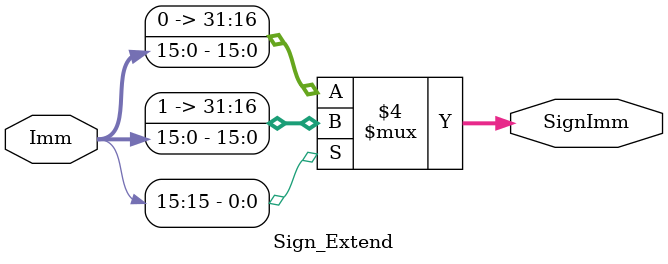
<source format=v>
module Sign_Extend #(
parameter Extend_width = 32 , 
          Imm_width = 16
) (
input    wire     [Imm_width-1:0]           Imm,
output   reg      [Extend_width-1:0]        SignImm
);

always @(*) 
begin
    if (Imm[Imm_width-1] == 1'b1) 
    begin
        SignImm = {{(Extend_width-Imm_width){1'b1}},Imm};
    end else 
    begin
        SignImm = {{(Extend_width-Imm_width){1'b0}},Imm};
    end
end 
endmodule
</source>
